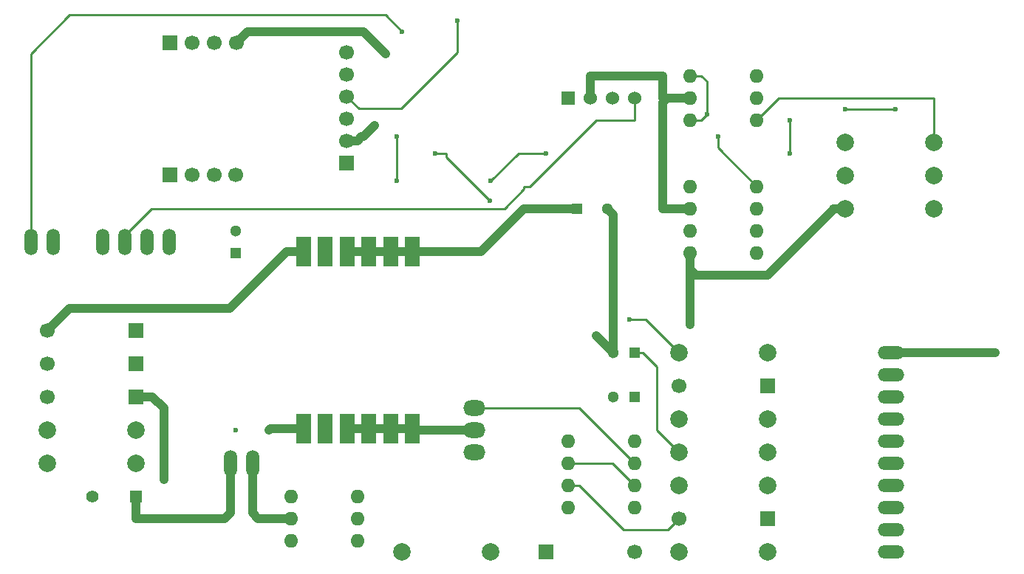
<source format=gbr>
G04 #@! TF.FileFunction,Copper,L1,Top,Signal*
%FSLAX46Y46*%
G04 Gerber Fmt 4.6, Leading zero omitted, Abs format (unit mm)*
G04 Created by KiCad (PCBNEW 4.0.5-e0-6337~49~ubuntu14.04.1) date Fri Dec 30 21:11:23 2016*
%MOMM*%
%LPD*%
G01*
G04 APERTURE LIST*
%ADD10C,0.100000*%
%ADD11C,1.700000*%
%ADD12R,1.700000X1.700000*%
%ADD13O,1.600000X1.600000*%
%ADD14O,1.506220X3.014980*%
%ADD15R,1.300000X1.300000*%
%ADD16C,1.300000*%
%ADD17C,1.699260*%
%ADD18R,1.699260X1.699260*%
%ADD19C,1.998980*%
%ADD20R,1.790000X3.430000*%
%ADD21R,1.524000X1.524000*%
%ADD22C,1.524000*%
%ADD23O,3.014980X1.506220*%
%ADD24O,2.540000X1.800000*%
%ADD25R,1.400000X1.400000*%
%ADD26C,1.400000*%
%ADD27C,0.600000*%
%ADD28C,0.250000*%
%ADD29C,1.000000*%
G04 APERTURE END LIST*
D10*
D11*
X85100000Y-86360000D03*
X85090000Y-101566000D03*
X82560000Y-86360000D03*
X80020000Y-86360000D03*
D12*
X77480000Y-86370000D03*
D11*
X82560000Y-101566000D03*
X80020000Y-101566000D03*
D12*
X77480000Y-101566000D03*
D11*
X97790000Y-87480000D03*
X97790000Y-90020000D03*
X97790000Y-92560000D03*
X97790000Y-95100000D03*
X97790000Y-97640000D03*
D12*
X97790000Y-100180000D03*
D13*
X144780000Y-95250000D03*
X144780000Y-92710000D03*
X144780000Y-90170000D03*
X137160000Y-90170000D03*
X137160000Y-92710000D03*
X137160000Y-95250000D03*
D14*
X64135000Y-109220000D03*
X61595000Y-109220000D03*
D15*
X85090000Y-110490000D03*
D16*
X85090000Y-107990000D03*
D15*
X130810000Y-121920000D03*
D16*
X128310000Y-121920000D03*
D15*
X130810000Y-127000000D03*
D16*
X128310000Y-127000000D03*
D17*
X130810520Y-144777460D03*
D18*
X120650520Y-144777460D03*
D17*
X63499480Y-119382540D03*
D18*
X73659480Y-119382540D03*
D17*
X135889480Y-140972540D03*
D18*
X146049480Y-140972540D03*
D17*
X63499480Y-123192540D03*
D18*
X73659480Y-123192540D03*
D17*
X135889480Y-125732540D03*
D18*
X146049480Y-125732540D03*
D17*
X63499480Y-127002540D03*
D18*
X73659480Y-127002540D03*
D19*
X73660000Y-134620000D03*
X63500000Y-134620000D03*
X135890000Y-144780000D03*
X146050000Y-144780000D03*
X135890000Y-121920000D03*
X146050000Y-121920000D03*
X135890000Y-137160000D03*
X146050000Y-137160000D03*
X135890000Y-129540000D03*
X146050000Y-129540000D03*
X146050000Y-133350000D03*
X135890000Y-133350000D03*
X154940000Y-97790000D03*
X165100000Y-97790000D03*
X104140000Y-144780000D03*
X114300000Y-144780000D03*
D20*
X92810000Y-130650000D03*
X95310000Y-130650000D03*
X97810000Y-130650000D03*
X100310000Y-130650000D03*
X102810000Y-130650000D03*
X105310000Y-130650000D03*
X105310000Y-110340000D03*
X102810000Y-110340000D03*
X100310000Y-110340000D03*
X97810000Y-110340000D03*
X95310000Y-110340000D03*
X92810000Y-110340000D03*
D13*
X130810000Y-139700000D03*
X130810000Y-137160000D03*
X130810000Y-134620000D03*
X130810000Y-132080000D03*
X123190000Y-132080000D03*
X123190000Y-134620000D03*
X123190000Y-137160000D03*
X123190000Y-139700000D03*
D16*
X127635000Y-105410000D03*
D15*
X124135000Y-105410000D03*
D13*
X144780000Y-110490000D03*
X144780000Y-107950000D03*
X144780000Y-105410000D03*
X144780000Y-102870000D03*
X137160000Y-102870000D03*
X137160000Y-105410000D03*
X137160000Y-107950000D03*
X137160000Y-110490000D03*
D21*
X123190000Y-92710000D03*
D22*
X125730000Y-92710000D03*
X128270000Y-92710000D03*
X130810000Y-92710000D03*
D13*
X99060000Y-143510000D03*
X99060000Y-140970000D03*
X99060000Y-138430000D03*
X91440000Y-138430000D03*
X91440000Y-140970000D03*
X91440000Y-143510000D03*
D19*
X154940000Y-105410000D03*
X165100000Y-105410000D03*
X154940000Y-101600000D03*
X165100000Y-101600000D03*
D14*
X77470000Y-109220000D03*
X74930000Y-109220000D03*
X72390000Y-109220000D03*
X69850000Y-109220000D03*
X86995000Y-134620000D03*
X84455000Y-134620000D03*
D23*
X160147000Y-144780000D03*
X160147000Y-142240000D03*
X160147000Y-139700000D03*
X160147000Y-137160000D03*
X160147000Y-132080000D03*
X160147000Y-129540000D03*
X160147000Y-134620000D03*
X160147000Y-127000000D03*
X160147000Y-121920000D03*
X160147000Y-124460000D03*
D24*
X112395000Y-130810000D03*
X112395000Y-128270000D03*
X112395000Y-133350000D03*
D25*
X73660000Y-138430000D03*
D26*
X68660000Y-138430000D03*
D19*
X73660000Y-130810000D03*
X63500000Y-130810000D03*
D27*
X126405000Y-120015000D03*
X100965000Y-95885000D03*
X172085000Y-121920000D03*
X130175000Y-118110000D03*
X120650000Y-99060000D03*
X114300002Y-102235000D03*
X104140000Y-85090000D03*
X137160000Y-118744978D03*
X102235000Y-87630006D03*
X116115200Y-107404800D03*
X85090000Y-130810000D03*
X76835006Y-136525000D03*
X107950000Y-99060000D03*
X114207581Y-104472990D03*
X139065000Y-94615000D03*
X160655000Y-93980000D03*
X154940000Y-93980000D03*
X148590000Y-95250000D03*
X148590000Y-99060000D03*
X110490000Y-83820000D03*
X88900000Y-130810000D03*
X140335026Y-97155000D03*
X103505000Y-102235000D03*
X103505000Y-97155000D03*
D28*
X133350000Y-130810000D02*
X135890000Y-133350000D01*
X133350000Y-123560000D02*
X133350000Y-130810000D01*
X130810000Y-121920000D02*
X131710000Y-121920000D01*
X131710000Y-121920000D02*
X133350000Y-123560000D01*
X123190000Y-134620000D02*
X128270000Y-134620000D01*
X128270000Y-134620000D02*
X130810000Y-137160000D01*
D29*
X128310000Y-121920000D02*
X126405000Y-120015000D01*
X99695000Y-97155000D02*
X100965000Y-95885000D01*
X99477081Y-97155000D02*
X99695000Y-97155000D01*
X97790000Y-97640000D02*
X98992081Y-97640000D01*
X98992081Y-97640000D02*
X99477081Y-97155000D01*
X128310000Y-121920000D02*
X128310000Y-106085000D01*
X128310000Y-106085000D02*
X127635000Y-105410000D01*
X160147000Y-121920000D02*
X172085000Y-121920000D01*
D28*
X130175000Y-118110000D02*
X131445000Y-118110000D01*
X131869264Y-118110000D02*
X131445000Y-118110000D01*
X132080000Y-118110000D02*
X131869264Y-118110000D01*
X135890000Y-121920000D02*
X132080000Y-118110000D01*
X129540000Y-142240000D02*
X134622020Y-142240000D01*
X134622020Y-142240000D02*
X135889480Y-140972540D01*
X124460000Y-137160000D02*
X129540000Y-142240000D01*
X123190000Y-137160000D02*
X124460000Y-137160000D01*
X130810000Y-95250000D02*
X130810000Y-92710000D01*
X126365000Y-95250000D02*
X130810000Y-95250000D01*
X118735001Y-102879999D02*
X126365000Y-95250000D01*
X118100001Y-102879999D02*
X118735001Y-102879999D01*
X118100001Y-103170001D02*
X118100001Y-102879999D01*
X75445620Y-105410000D02*
X115860002Y-105410000D01*
X72390000Y-109220000D02*
X72390000Y-108465620D01*
X72390000Y-108465620D02*
X75445620Y-105410000D01*
X115860002Y-105410000D02*
X118100001Y-103170001D01*
X120225736Y-99060000D02*
X120650000Y-99060000D01*
X117475002Y-99060000D02*
X120225736Y-99060000D01*
X114300002Y-102235000D02*
X117475002Y-99060000D01*
D29*
X87630000Y-140970000D02*
X86995000Y-140335000D01*
X86995000Y-140335000D02*
X86995000Y-134620000D01*
X91440000Y-140970000D02*
X87630000Y-140970000D01*
D28*
X104140000Y-85090000D02*
X102235000Y-83185000D01*
X102235000Y-83185000D02*
X66040000Y-83185000D01*
X66040000Y-83185000D02*
X61595000Y-87630000D01*
X61595000Y-87630000D02*
X61595000Y-109220000D01*
D29*
X137795000Y-113030000D02*
X137160000Y-112395000D01*
X137160000Y-112395000D02*
X137160000Y-110490000D01*
X137160000Y-118744978D02*
X137160000Y-110490000D01*
X133985000Y-92710000D02*
X137160000Y-92710000D01*
X133985000Y-90170000D02*
X133985000Y-92710000D01*
X125730000Y-90170000D02*
X133985000Y-90170000D01*
X125730000Y-92710000D02*
X125730000Y-90170000D01*
X154940000Y-105410000D02*
X153526508Y-105410000D01*
X153526508Y-105410000D02*
X153526508Y-105553492D01*
X153526508Y-105553492D02*
X146050000Y-113030000D01*
X146050000Y-113030000D02*
X137795000Y-113030000D01*
X137160000Y-92710000D02*
X134481370Y-92710000D01*
X134481370Y-92710000D02*
X133985000Y-93206370D01*
X133985000Y-93206370D02*
X133985000Y-105410000D01*
X133985000Y-105410000D02*
X137160000Y-105410000D01*
X85100000Y-86360000D02*
X86370000Y-85090000D01*
X86370000Y-85090000D02*
X99694994Y-85090000D01*
X99694994Y-85090000D02*
X101935001Y-87330007D01*
X101935001Y-87330007D02*
X102235000Y-87630006D01*
X112395000Y-130810000D02*
X105470000Y-130810000D01*
X105470000Y-130810000D02*
X105310000Y-130650000D01*
X97810000Y-130650000D02*
X100310000Y-130650000D01*
X112870000Y-130650000D02*
X113030000Y-130810000D01*
X102810000Y-130650000D02*
X105310000Y-130650000D01*
X100310000Y-130650000D02*
X102810000Y-130650000D01*
D28*
X165100000Y-92710000D02*
X147320000Y-92710000D01*
X147320000Y-92710000D02*
X144780000Y-95250000D01*
X165100000Y-97790000D02*
X165100000Y-92710000D01*
D29*
X121920000Y-105410000D02*
X124135000Y-105410000D01*
X121920000Y-105410000D02*
X118110000Y-105410000D01*
X118110000Y-105410000D02*
X116115200Y-107404800D01*
X100310000Y-110340000D02*
X97810000Y-110340000D01*
X113180000Y-110340000D02*
X116115200Y-107404800D01*
X105310000Y-110340000D02*
X113180000Y-110340000D01*
X102810000Y-110340000D02*
X105310000Y-110340000D01*
X100310000Y-110340000D02*
X102810000Y-110340000D01*
X92810000Y-110340000D02*
X90915000Y-110340000D01*
X90915000Y-110340000D02*
X84415000Y-116840000D01*
X84415000Y-116840000D02*
X66042020Y-116840000D01*
X66042020Y-116840000D02*
X63499480Y-119382540D01*
X76835006Y-128328436D02*
X76835006Y-136525000D01*
X75509110Y-127002540D02*
X76835006Y-128328436D01*
X73659480Y-127002540D02*
X75509110Y-127002540D01*
D28*
X108585000Y-99060000D02*
X107950000Y-99060000D01*
X109220000Y-99485409D02*
X109220000Y-99060000D01*
X109220000Y-99060000D02*
X108585000Y-99060000D01*
X114207581Y-104472990D02*
X109220000Y-99485409D01*
X137160000Y-95250000D02*
X138430000Y-95250000D01*
X138430000Y-95250000D02*
X139065000Y-94615000D01*
X139065000Y-90805000D02*
X138430000Y-90170000D01*
X139065000Y-94615000D02*
X139065000Y-90805000D01*
X138430000Y-90170000D02*
X137160000Y-90170000D01*
X154940000Y-93980000D02*
X160655000Y-93980000D01*
X148590000Y-99060000D02*
X148590000Y-95250000D01*
X97790000Y-92560000D02*
X99165011Y-93935011D01*
X99165011Y-93935011D02*
X104012416Y-93935011D01*
X104012416Y-93935011D02*
X110490000Y-87457427D01*
X110490000Y-87457427D02*
X110490000Y-83820000D01*
D29*
X92810000Y-130650000D02*
X89060000Y-130650000D01*
X89060000Y-130650000D02*
X88900000Y-130810000D01*
X84455000Y-134620000D02*
X84455000Y-140335000D01*
X84455000Y-140335000D02*
X83820000Y-140970000D01*
X83820000Y-140970000D02*
X73660000Y-140970000D01*
X73660000Y-140970000D02*
X73660000Y-138430000D01*
D28*
X112395000Y-128270000D02*
X124460000Y-128270000D01*
X124460000Y-128270000D02*
X130810000Y-134620000D01*
X140335026Y-97579264D02*
X140335026Y-97155000D01*
X140335026Y-98425026D02*
X140335026Y-97579264D01*
X144780000Y-102870000D02*
X140335026Y-98425026D01*
X103505000Y-97155000D02*
X103505000Y-102235000D01*
M02*

</source>
